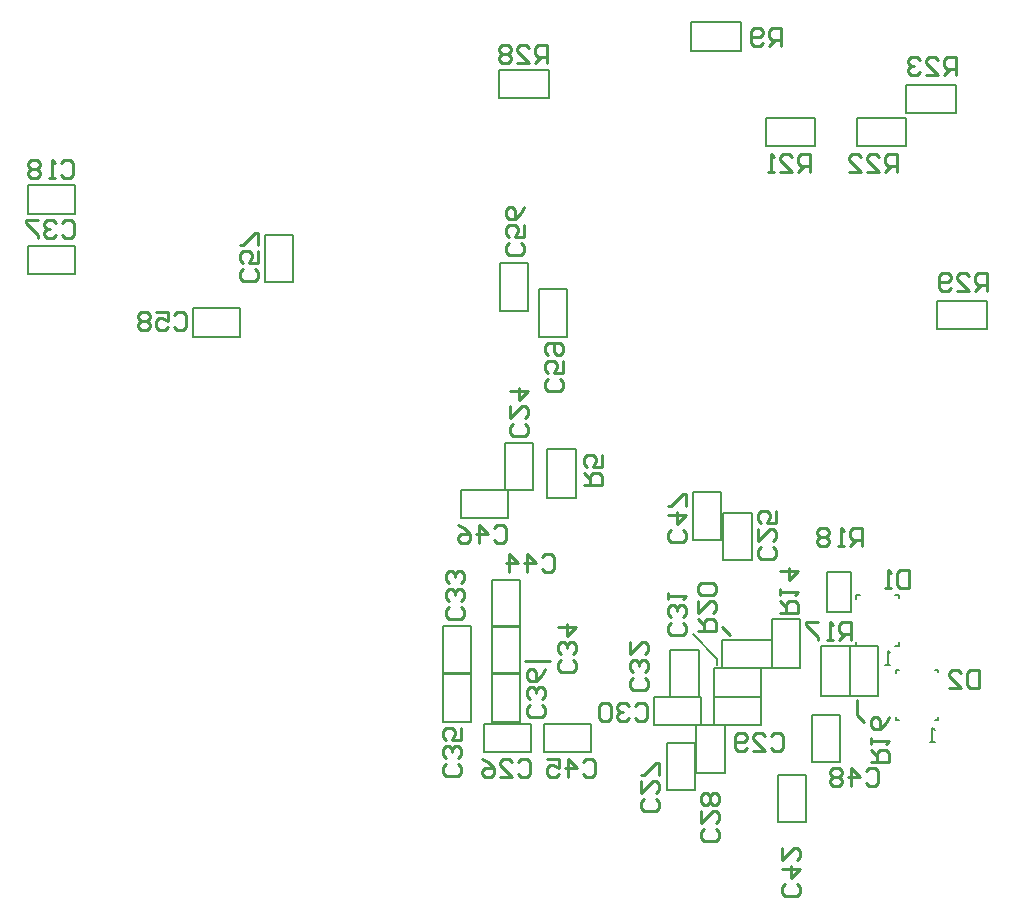
<source format=gbo>
G04*
G04 #@! TF.GenerationSoftware,Altium Limited,Altium Designer,23.5.1 (21)*
G04*
G04 Layer_Color=32896*
%FSLAX44Y44*%
%MOMM*%
G71*
G04*
G04 #@! TF.SameCoordinates,D9901149-2AC3-4954-9F64-4BA616841755*
G04*
G04*
G04 #@! TF.FilePolarity,Positive*
G04*
G01*
G75*
%ADD10C,0.2540*%
%ADD11C,0.2000*%
D10*
X732000Y474000D02*
X739000Y467000D01*
X846000Y400000D02*
X852000Y394000D01*
X846000Y400000D02*
Y412000D01*
X565000Y445000D02*
X586000D01*
X595078Y683843D02*
X597617Y681304D01*
Y676226D01*
X595078Y673687D01*
X584922D01*
X582383Y676226D01*
Y681304D01*
X584922Y683843D01*
X597617Y699078D02*
Y688922D01*
X590000D01*
X592539Y694000D01*
Y696539D01*
X590000Y699078D01*
X584922D01*
X582383Y696539D01*
Y691461D01*
X584922Y688922D01*
Y704157D02*
X582383Y706696D01*
Y711774D01*
X584922Y714314D01*
X595078D01*
X597617Y711774D01*
Y706696D01*
X595078Y704157D01*
X592539D01*
X590000Y706696D01*
Y714314D01*
X268157Y738078D02*
X270696Y740618D01*
X275774D01*
X278313Y738078D01*
Y727922D01*
X275774Y725383D01*
X270696D01*
X268157Y727922D01*
X252922Y740618D02*
X263078D01*
Y733000D01*
X258000Y735539D01*
X255461D01*
X252922Y733000D01*
Y727922D01*
X255461Y725383D01*
X260539D01*
X263078Y727922D01*
X247843Y738078D02*
X245304Y740618D01*
X240226D01*
X237687Y738078D01*
Y735539D01*
X240226Y733000D01*
X237687Y730461D01*
Y727922D01*
X240226Y725383D01*
X245304D01*
X247843Y727922D01*
Y730461D01*
X245304Y733000D01*
X247843Y735539D01*
Y738078D01*
X245304Y733000D02*
X240226D01*
X336078Y776843D02*
X338618Y774304D01*
Y769226D01*
X336078Y766687D01*
X325922D01*
X323382Y769226D01*
Y774304D01*
X325922Y776843D01*
X338618Y792078D02*
Y781922D01*
X331000D01*
X333539Y787000D01*
Y789539D01*
X331000Y792078D01*
X325922D01*
X323382Y789539D01*
Y784461D01*
X325922Y781922D01*
X338618Y797157D02*
Y807313D01*
X336078D01*
X325922Y797157D01*
X323382D01*
X562078Y798843D02*
X564618Y796304D01*
Y791226D01*
X562078Y788687D01*
X551922D01*
X549383Y791226D01*
Y796304D01*
X551922Y798843D01*
X564618Y814078D02*
Y803922D01*
X557000D01*
X559539Y809000D01*
Y811539D01*
X557000Y814078D01*
X551922D01*
X549383Y811539D01*
Y806461D01*
X551922Y803922D01*
X564618Y829314D02*
X562078Y824235D01*
X557000Y819157D01*
X551922D01*
X549383Y821696D01*
Y826774D01*
X551922Y829314D01*
X554461D01*
X557000Y826774D01*
Y819157D01*
X930198Y941552D02*
Y956787D01*
X922580D01*
X920041Y954248D01*
Y949169D01*
X922580Y946630D01*
X930198D01*
X925120D02*
X920041Y941552D01*
X904806D02*
X914963D01*
X904806Y951709D01*
Y954248D01*
X907345Y956787D01*
X912424D01*
X914963Y954248D01*
X899728D02*
X897189Y956787D01*
X892110D01*
X889571Y954248D01*
Y951709D01*
X892110Y949169D01*
X894650D01*
X892110D01*
X889571Y946630D01*
Y944091D01*
X892110Y941552D01*
X897189D01*
X899728Y944091D01*
X880313Y859382D02*
Y874617D01*
X872696D01*
X870157Y872078D01*
Y867000D01*
X872696Y864461D01*
X880313D01*
X875235D02*
X870157Y859382D01*
X854922D02*
X865078D01*
X854922Y869539D01*
Y872078D01*
X857461Y874617D01*
X862539D01*
X865078Y872078D01*
X839687Y859382D02*
X849843D01*
X839687Y869539D01*
Y872078D01*
X842226Y874617D01*
X847304D01*
X849843Y872078D01*
X806774Y859382D02*
Y874617D01*
X799157D01*
X796618Y872078D01*
Y867000D01*
X799157Y864461D01*
X806774D01*
X801696D02*
X796618Y859382D01*
X781382D02*
X791539D01*
X781382Y869539D01*
Y872078D01*
X783922Y874617D01*
X789000D01*
X791539Y872078D01*
X776304Y859382D02*
X771226D01*
X773765D01*
Y874617D01*
X776304Y872078D01*
X711383Y470687D02*
X726618D01*
Y478304D01*
X724078Y480843D01*
X719000D01*
X716461Y478304D01*
Y470687D01*
Y475765D02*
X711383Y480843D01*
Y496078D02*
Y485922D01*
X721539Y496078D01*
X724078D01*
X726618Y493539D01*
Y488461D01*
X724078Y485922D01*
Y501157D02*
X726618Y503696D01*
Y508774D01*
X724078Y511314D01*
X713922D01*
X711383Y508774D01*
Y503696D01*
X713922Y501157D01*
X724078D01*
X949619Y437617D02*
Y422383D01*
X942001D01*
X939462Y424922D01*
Y435078D01*
X942001Y437617D01*
X949619D01*
X924227Y422383D02*
X934384D01*
X924227Y432539D01*
Y435078D01*
X926766Y437617D01*
X931845D01*
X934384Y435078D01*
X890157Y522617D02*
Y507383D01*
X882539D01*
X880000Y509922D01*
Y520078D01*
X882539Y522617D01*
X890157D01*
X874922Y507383D02*
X869843D01*
X872382D01*
Y522617D01*
X874922Y520078D01*
X850044Y542383D02*
Y557617D01*
X842426D01*
X839887Y555078D01*
Y550000D01*
X842426Y547461D01*
X850044D01*
X844966D02*
X839887Y542383D01*
X834809D02*
X829730D01*
X832270D01*
Y557617D01*
X834809Y555078D01*
X822113D02*
X819574Y557617D01*
X814495D01*
X811956Y555078D01*
Y552539D01*
X814495Y550000D01*
X811956Y547461D01*
Y544922D01*
X814495Y542383D01*
X819574D01*
X822113Y544922D01*
Y547461D01*
X819574Y550000D01*
X822113Y552539D01*
Y555078D01*
X819574Y550000D02*
X814495D01*
X781383Y485956D02*
X796618D01*
Y493574D01*
X794078Y496113D01*
X789000D01*
X786461Y493574D01*
Y485956D01*
Y491035D02*
X781383Y496113D01*
Y501191D02*
Y506270D01*
Y503730D01*
X796618D01*
X794078Y501191D01*
X781383Y521505D02*
X796618D01*
X789000Y513887D01*
Y524044D01*
X854157Y352078D02*
X856696Y354618D01*
X861774D01*
X864313Y352078D01*
Y341922D01*
X861774Y339383D01*
X856696D01*
X854157Y341922D01*
X841461Y339383D02*
Y354618D01*
X849078Y347000D01*
X838922D01*
X833843Y352078D02*
X831304Y354618D01*
X826226D01*
X823687Y352078D01*
Y349539D01*
X826226Y347000D01*
X823687Y344461D01*
Y341922D01*
X826226Y339383D01*
X831304D01*
X833843Y341922D01*
Y344461D01*
X831304Y347000D01*
X833843Y349539D01*
Y352078D01*
X831304Y347000D02*
X826226D01*
X781696Y966383D02*
Y981618D01*
X774078D01*
X771539Y979078D01*
Y974000D01*
X774078Y971461D01*
X781696D01*
X776618D02*
X771539Y966383D01*
X766461Y968922D02*
X763922Y966383D01*
X758843D01*
X756304Y968922D01*
Y979078D01*
X758843Y981618D01*
X763922D01*
X766461Y979078D01*
Y976539D01*
X763922Y974000D01*
X756304D01*
X956106Y758672D02*
Y773907D01*
X948488D01*
X945949Y771368D01*
Y766290D01*
X948488Y763750D01*
X956106D01*
X951028D02*
X945949Y758672D01*
X930714D02*
X940871D01*
X930714Y768829D01*
Y771368D01*
X933253Y773907D01*
X938332D01*
X940871Y771368D01*
X925636Y761211D02*
X923097Y758672D01*
X918018D01*
X915479Y761211D01*
Y771368D01*
X918018Y773907D01*
X923097D01*
X925636Y771368D01*
Y768829D01*
X923097Y766290D01*
X915479D01*
X583313Y951383D02*
Y966618D01*
X575696D01*
X573157Y964078D01*
Y959000D01*
X575696Y956461D01*
X583313D01*
X578235D02*
X573157Y951383D01*
X557922D02*
X568078D01*
X557922Y961539D01*
Y964078D01*
X560461Y966618D01*
X565539D01*
X568078Y964078D01*
X552843D02*
X550304Y966618D01*
X545226D01*
X542687Y964078D01*
Y961539D01*
X545226Y959000D01*
X542687Y956461D01*
Y953922D01*
X545226Y951383D01*
X550304D01*
X552843Y953922D01*
Y956461D01*
X550304Y959000D01*
X552843Y961539D01*
Y964078D01*
X550304Y959000D02*
X545226D01*
X699078Y555843D02*
X701618Y553304D01*
Y548226D01*
X699078Y545687D01*
X688922D01*
X686383Y548226D01*
Y553304D01*
X688922Y555843D01*
X686383Y568539D02*
X701618D01*
X694000Y560922D01*
Y571078D01*
X701618Y576157D02*
Y586314D01*
X699078D01*
X688922Y576157D01*
X686383D01*
X539157Y558078D02*
X541696Y560617D01*
X546774D01*
X549313Y558078D01*
Y547922D01*
X546774Y545382D01*
X541696D01*
X539157Y547922D01*
X526461Y545382D02*
Y560617D01*
X534078Y553000D01*
X523922D01*
X508687Y560617D02*
X513765Y558078D01*
X518843Y553000D01*
Y547922D01*
X516304Y545382D01*
X511226D01*
X508687Y547922D01*
Y550461D01*
X511226Y553000D01*
X518843D01*
X614157Y360078D02*
X616696Y362617D01*
X621774D01*
X624313Y360078D01*
Y349922D01*
X621774Y347383D01*
X616696D01*
X614157Y349922D01*
X601461Y347383D02*
Y362617D01*
X609078Y355000D01*
X598922D01*
X583687Y362617D02*
X593843D01*
Y355000D01*
X588765Y357539D01*
X586226D01*
X583687Y355000D01*
Y349922D01*
X586226Y347383D01*
X591304D01*
X593843Y349922D01*
X579157Y533078D02*
X581696Y535617D01*
X586774D01*
X589313Y533078D01*
Y522922D01*
X586774Y520382D01*
X581696D01*
X579157Y522922D01*
X566461Y520382D02*
Y535617D01*
X574078Y528000D01*
X563922D01*
X551226Y520382D02*
Y535617D01*
X558843Y528000D01*
X548687D01*
X858382Y359956D02*
X873618D01*
Y367574D01*
X871078Y370113D01*
X866000D01*
X863461Y367574D01*
Y359956D01*
Y365034D02*
X858382Y370113D01*
Y375191D02*
Y380270D01*
Y377730D01*
X873618D01*
X871078Y375191D01*
X873618Y398044D02*
X871078Y392966D01*
X866000Y387887D01*
X860922D01*
X858382Y390426D01*
Y395505D01*
X860922Y398044D01*
X863461D01*
X866000Y395505D01*
Y387887D01*
X841044Y463382D02*
Y478618D01*
X833426D01*
X830887Y476078D01*
Y471000D01*
X833426Y468461D01*
X841044D01*
X835965D02*
X830887Y463382D01*
X825809D02*
X820730D01*
X823270D01*
Y478618D01*
X825809Y476078D01*
X813113Y478618D02*
X802956D01*
Y476078D01*
X813113Y465922D01*
Y463382D01*
X795078Y256843D02*
X797618Y254304D01*
Y249226D01*
X795078Y246687D01*
X784922D01*
X782383Y249226D01*
Y254304D01*
X784922Y256843D01*
X782383Y269539D02*
X797618D01*
X790000Y261922D01*
Y272078D01*
X782383Y287313D02*
Y277157D01*
X792539Y287313D01*
X795078D01*
X797618Y284774D01*
Y279696D01*
X795078Y277157D01*
X559157Y360078D02*
X561696Y362617D01*
X566774D01*
X569313Y360078D01*
Y349922D01*
X566774Y347383D01*
X561696D01*
X559157Y349922D01*
X543922Y347383D02*
X554078D01*
X543922Y357539D01*
Y360078D01*
X546461Y362617D01*
X551539D01*
X554078Y360078D01*
X528686Y362617D02*
X533765Y360078D01*
X538843Y355000D01*
Y349922D01*
X536304Y347383D01*
X531226D01*
X528686Y349922D01*
Y352461D01*
X531226Y355000D01*
X538843D01*
X615382Y594304D02*
X630617D01*
Y601922D01*
X628078Y604461D01*
X623000D01*
X620461Y601922D01*
Y594304D01*
Y599383D02*
X615382Y604461D01*
X630617Y619696D02*
Y609539D01*
X623000D01*
X625539Y614618D01*
Y617157D01*
X623000Y619696D01*
X617922D01*
X615382Y617157D01*
Y612078D01*
X617922Y609539D01*
X172727Y816258D02*
X175266Y818798D01*
X180344D01*
X182883Y816258D01*
Y806102D01*
X180344Y803562D01*
X175266D01*
X172727Y806102D01*
X167648Y816258D02*
X165109Y818798D01*
X160031D01*
X157492Y816258D01*
Y813719D01*
X160031Y811180D01*
X162570D01*
X160031D01*
X157492Y808641D01*
Y806102D01*
X160031Y803562D01*
X165109D01*
X167648Y806102D01*
X152413Y818798D02*
X142256D01*
Y816258D01*
X152413Y806102D01*
Y803562D01*
X579078Y407843D02*
X581618Y405304D01*
Y400226D01*
X579078Y397687D01*
X568922D01*
X566382Y400226D01*
Y405304D01*
X568922Y407843D01*
X579078Y412922D02*
X581618Y415461D01*
Y420539D01*
X579078Y423078D01*
X576539D01*
X574000Y420539D01*
Y418000D01*
Y420539D01*
X571461Y423078D01*
X568922D01*
X566382Y420539D01*
Y415461D01*
X568922Y412922D01*
X581618Y438313D02*
X579078Y433235D01*
X574000Y428157D01*
X568922D01*
X566382Y430696D01*
Y435774D01*
X568922Y438313D01*
X571461D01*
X574000Y435774D01*
Y428157D01*
X508078Y357843D02*
X510618Y355304D01*
Y350226D01*
X508078Y347687D01*
X497922D01*
X495382Y350226D01*
Y355304D01*
X497922Y357843D01*
X508078Y362922D02*
X510618Y365461D01*
Y370539D01*
X508078Y373078D01*
X505539D01*
X503000Y370539D01*
Y368000D01*
Y370539D01*
X500461Y373078D01*
X497922D01*
X495382Y370539D01*
Y365461D01*
X497922Y362922D01*
X510618Y388313D02*
Y378157D01*
X503000D01*
X505539Y383235D01*
Y385774D01*
X503000Y388313D01*
X497922D01*
X495382Y385774D01*
Y380696D01*
X497922Y378157D01*
X606078Y445843D02*
X608618Y443304D01*
Y438226D01*
X606078Y435687D01*
X595922D01*
X593382Y438226D01*
Y443304D01*
X595922Y445843D01*
X606078Y450922D02*
X608618Y453461D01*
Y458539D01*
X606078Y461078D01*
X603539D01*
X601000Y458539D01*
Y456000D01*
Y458539D01*
X598461Y461078D01*
X595922D01*
X593382Y458539D01*
Y453461D01*
X595922Y450922D01*
X593382Y473774D02*
X608618D01*
X601000Y466157D01*
Y476313D01*
X511078Y490843D02*
X513618Y488304D01*
Y483226D01*
X511078Y480687D01*
X500922D01*
X498382Y483226D01*
Y488304D01*
X500922Y490843D01*
X511078Y495922D02*
X513618Y498461D01*
Y503539D01*
X511078Y506078D01*
X508539D01*
X506000Y503539D01*
Y501000D01*
Y503539D01*
X503461Y506078D01*
X500922D01*
X498382Y503539D01*
Y498461D01*
X500922Y495922D01*
X511078Y511157D02*
X513618Y513696D01*
Y518774D01*
X511078Y521313D01*
X508539D01*
X506000Y518774D01*
Y516235D01*
Y518774D01*
X503461Y521313D01*
X500922D01*
X498382Y518774D01*
Y513696D01*
X500922Y511157D01*
X667078Y430843D02*
X669617Y428304D01*
Y423226D01*
X667078Y420687D01*
X656922D01*
X654382Y423226D01*
Y428304D01*
X656922Y430843D01*
X667078Y435922D02*
X669617Y438461D01*
Y443539D01*
X667078Y446078D01*
X664539D01*
X662000Y443539D01*
Y441000D01*
Y443539D01*
X659461Y446078D01*
X656922D01*
X654382Y443539D01*
Y438461D01*
X656922Y435922D01*
X654382Y461314D02*
Y451157D01*
X664539Y461314D01*
X667078D01*
X669617Y458774D01*
Y453696D01*
X667078Y451157D01*
X699078Y477383D02*
X701618Y474843D01*
Y469765D01*
X699078Y467226D01*
X688922D01*
X686383Y469765D01*
Y474843D01*
X688922Y477383D01*
X699078Y482461D02*
X701618Y485000D01*
Y490078D01*
X699078Y492618D01*
X696539D01*
X694000Y490078D01*
Y487539D01*
Y490078D01*
X691461Y492618D01*
X688922D01*
X686383Y490078D01*
Y485000D01*
X688922Y482461D01*
X686383Y497696D02*
Y502774D01*
Y500235D01*
X701618D01*
X699078Y497696D01*
X658157Y407078D02*
X660696Y409618D01*
X665774D01*
X668313Y407078D01*
Y396922D01*
X665774Y394383D01*
X660696D01*
X658157Y396922D01*
X653078Y407078D02*
X650539Y409618D01*
X645461D01*
X642922Y407078D01*
Y404539D01*
X645461Y402000D01*
X648000D01*
X645461D01*
X642922Y399461D01*
Y396922D01*
X645461Y394383D01*
X650539D01*
X653078Y396922D01*
X637843Y407078D02*
X635304Y409618D01*
X630226D01*
X627687Y407078D01*
Y396922D01*
X630226Y394383D01*
X635304D01*
X637843Y396922D01*
Y407078D01*
X773157Y382078D02*
X775696Y384618D01*
X780774D01*
X783313Y382078D01*
Y371922D01*
X780774Y369383D01*
X775696D01*
X773157Y371922D01*
X757922Y369383D02*
X768078D01*
X757922Y379539D01*
Y382078D01*
X760461Y384618D01*
X765539D01*
X768078Y382078D01*
X752843Y371922D02*
X750304Y369383D01*
X745226D01*
X742687Y371922D01*
Y382078D01*
X745226Y384618D01*
X750304D01*
X752843Y382078D01*
Y379539D01*
X750304Y377000D01*
X742687D01*
X727078Y302843D02*
X729617Y300304D01*
Y295226D01*
X727078Y292687D01*
X716922D01*
X714382Y295226D01*
Y300304D01*
X716922Y302843D01*
X714382Y318078D02*
Y307922D01*
X724539Y318078D01*
X727078D01*
X729617Y315539D01*
Y310461D01*
X727078Y307922D01*
Y323157D02*
X729617Y325696D01*
Y330774D01*
X727078Y333313D01*
X724539D01*
X722000Y330774D01*
X719461Y333313D01*
X716922D01*
X714382Y330774D01*
Y325696D01*
X716922Y323157D01*
X719461D01*
X722000Y325696D01*
X724539Y323157D01*
X727078D01*
X722000Y325696D02*
Y330774D01*
X676078Y328843D02*
X678618Y326304D01*
Y321226D01*
X676078Y318687D01*
X665922D01*
X663382Y321226D01*
Y326304D01*
X665922Y328843D01*
X663382Y344078D02*
Y333922D01*
X673539Y344078D01*
X676078D01*
X678618Y341539D01*
Y336461D01*
X676078Y333922D01*
X678618Y349157D02*
Y359313D01*
X676078D01*
X665922Y349157D01*
X663382D01*
X775078Y541843D02*
X777617Y539304D01*
Y534226D01*
X775078Y531687D01*
X764922D01*
X762383Y534226D01*
Y539304D01*
X764922Y541843D01*
X762383Y557078D02*
Y546922D01*
X772539Y557078D01*
X775078D01*
X777617Y554539D01*
Y549461D01*
X775078Y546922D01*
X777617Y572313D02*
Y562157D01*
X770000D01*
X772539Y567235D01*
Y569774D01*
X770000Y572313D01*
X764922D01*
X762383Y569774D01*
Y564696D01*
X764922Y562157D01*
X565078Y645843D02*
X567617Y643304D01*
Y638226D01*
X565078Y635687D01*
X554922D01*
X552383Y638226D01*
Y643304D01*
X554922Y645843D01*
X552383Y661078D02*
Y650922D01*
X562539Y661078D01*
X565078D01*
X567617Y658539D01*
Y653461D01*
X565078Y650922D01*
X552383Y673774D02*
X567617D01*
X560000Y666157D01*
Y676313D01*
X171887Y867078D02*
X174426Y869617D01*
X179505D01*
X182044Y867078D01*
Y856922D01*
X179505Y854382D01*
X174426D01*
X171887Y856922D01*
X166809Y854382D02*
X161730D01*
X164270D01*
Y869617D01*
X166809Y867078D01*
X154113D02*
X151574Y869617D01*
X146495D01*
X143956Y867078D01*
Y864539D01*
X146495Y862000D01*
X143956Y859461D01*
Y856922D01*
X146495Y854382D01*
X151574D01*
X154113Y856922D01*
Y859461D01*
X151574Y862000D01*
X154113Y864539D01*
Y867078D01*
X151574Y862000D02*
X146495D01*
D11*
X816000Y416000D02*
Y458000D01*
X840000D01*
Y416000D02*
Y458000D01*
X816000Y416000D02*
X840000D01*
X864000D02*
Y458000D01*
X840000Y416000D02*
X864000D01*
X840000D02*
Y458000D01*
X864000D01*
X584000Y583000D02*
Y625000D01*
X608000D01*
Y583000D02*
Y625000D01*
X584000Y583000D02*
X608000D01*
X543000Y922000D02*
Y946000D01*
Y922000D02*
X585000D01*
Y946000D01*
X543000D02*
X585000D01*
X914000Y750000D02*
X956000D01*
Y726000D02*
Y750000D01*
X914000Y726000D02*
X956000D01*
X914000D02*
Y750000D01*
X706000Y962000D02*
X748000D01*
X706000D02*
Y986000D01*
X748000D01*
Y962000D02*
Y986000D01*
X774000Y439000D02*
X798000D01*
Y481000D01*
X774000D02*
X798000D01*
X774000Y439000D02*
Y481000D01*
X732000Y463000D02*
X774000D01*
Y439000D02*
Y463000D01*
X732000Y439000D02*
X774000D01*
X732000D02*
Y463000D01*
X811000Y881000D02*
Y905000D01*
X769000D02*
X811000D01*
X769000Y881000D02*
Y905000D01*
Y881000D02*
X811000D01*
X846000D02*
X888000D01*
X846000D02*
Y905000D01*
X888000D01*
Y881000D02*
Y905000D01*
X930000Y909000D02*
Y933000D01*
X888000D02*
X930000D01*
X888000Y909000D02*
Y933000D01*
Y909000D02*
X930000D01*
X144000Y824000D02*
X184000D01*
Y848000D01*
X144000Y824000D02*
Y848000D01*
X184000D01*
X572000Y590000D02*
Y630000D01*
X548000D02*
X572000D01*
X548000Y590000D02*
X572000D01*
X548000D02*
Y630000D01*
X733000Y531000D02*
Y571000D01*
Y531000D02*
X757000D01*
X733000Y571000D02*
X757000D01*
Y531000D02*
Y571000D01*
X685000Y336000D02*
Y376000D01*
Y336000D02*
X709000D01*
X685000Y376000D02*
X709000D01*
Y336000D02*
Y376000D01*
X734000Y350750D02*
Y390750D01*
X710000D02*
X734000D01*
X710000Y350750D02*
X734000D01*
X710000D02*
Y390750D01*
X725000Y391000D02*
X765000D01*
Y415000D01*
X725000Y391000D02*
Y415000D01*
X765000D01*
X674000Y391000D02*
X714000D01*
Y415000D01*
X674000Y391000D02*
Y415000D01*
X714000D01*
X725000D02*
X765000D01*
Y439000D01*
X725000Y415000D02*
Y439000D01*
X765000D01*
X688000Y415000D02*
Y455000D01*
Y415000D02*
X712000D01*
X688000Y455000D02*
X712000D01*
Y415000D02*
Y455000D01*
X519532Y434750D02*
Y474750D01*
X495532D02*
X519532D01*
X495532Y434750D02*
X519532D01*
X495532D02*
Y474750D01*
X537000Y434750D02*
Y474750D01*
Y434750D02*
X561000D01*
X537000Y474750D02*
X561000D01*
Y434750D02*
Y474750D01*
X495532Y394000D02*
Y434000D01*
Y394000D02*
X519532D01*
X495532Y434000D02*
X519532D01*
Y394000D02*
Y434000D01*
X561000Y394000D02*
Y434000D01*
X537000D02*
X561000D01*
X537000Y394000D02*
X561000D01*
X537000D02*
Y434000D01*
X144000Y797000D02*
X184000D01*
X144000Y773000D02*
Y797000D01*
X184000Y773000D02*
Y797000D01*
X144000Y773000D02*
X184000D01*
X530000Y392000D02*
X570000D01*
X530000Y368000D02*
Y392000D01*
X570000Y368000D02*
Y392000D01*
X530000Y368000D02*
X570000D01*
X779000Y309000D02*
Y349000D01*
Y309000D02*
X803000D01*
X779000Y349000D02*
X803000D01*
Y309000D02*
Y349000D01*
X561000Y474000D02*
Y514000D01*
X537000D02*
X561000D01*
X537000Y474000D02*
X561000D01*
X537000D02*
Y514000D01*
X581000Y392000D02*
X621000D01*
X581000Y368000D02*
Y392000D01*
X621000Y368000D02*
Y392000D01*
X581000Y368000D02*
X621000D01*
X511000Y590000D02*
X551000D01*
X511000Y566000D02*
Y590000D01*
X551000Y566000D02*
Y590000D01*
X511000Y566000D02*
X551000D01*
X707000Y548000D02*
Y588000D01*
Y548000D02*
X731000D01*
X707000Y588000D02*
X731000D01*
Y548000D02*
Y588000D01*
X832000Y360000D02*
Y400000D01*
X808000D02*
X832000D01*
X808000Y360000D02*
X832000D01*
X808000D02*
Y400000D01*
X568000Y742000D02*
Y782000D01*
X544000D02*
X568000D01*
X544000Y742000D02*
X568000D01*
X544000D02*
Y782000D01*
X345000Y766000D02*
Y806000D01*
Y766000D02*
X369000D01*
X345000Y806000D02*
X369000D01*
Y766000D02*
Y806000D01*
X284000Y744000D02*
X324000D01*
X284000Y720000D02*
Y744000D01*
X324000Y720000D02*
Y744000D01*
X284000Y720000D02*
X324000D01*
X577000Y720000D02*
Y760000D01*
Y720000D02*
X601000D01*
X577000Y760000D02*
X601000D01*
Y720000D02*
Y760000D01*
X728000Y442000D02*
Y447000D01*
X707000Y468000D02*
X728000Y447000D01*
X821000Y487000D02*
X841000D01*
Y521000D01*
X821000D02*
X841000D01*
X821000Y487000D02*
Y521000D01*
X878500Y458000D02*
X881500D01*
Y461000D01*
Y499000D02*
Y501000D01*
X878500D02*
X881500D01*
X845500D02*
X848500D01*
X845500Y498000D02*
Y501000D01*
Y458000D02*
X848500D01*
X845500D02*
Y461000D01*
X879000Y395000D02*
Y398000D01*
Y395000D02*
X882000D01*
X879000Y435000D02*
Y438000D01*
X882000D01*
X912000D02*
X915000D01*
Y436000D02*
Y438000D01*
Y395000D02*
Y398000D01*
X912000Y395000D02*
X915000D01*
X873999Y442002D02*
X870001D01*
X872000D01*
Y453998D01*
X873999Y451999D01*
X911923Y377002D02*
X907924D01*
X909923D01*
Y388998D01*
X911923Y386999D01*
M02*

</source>
